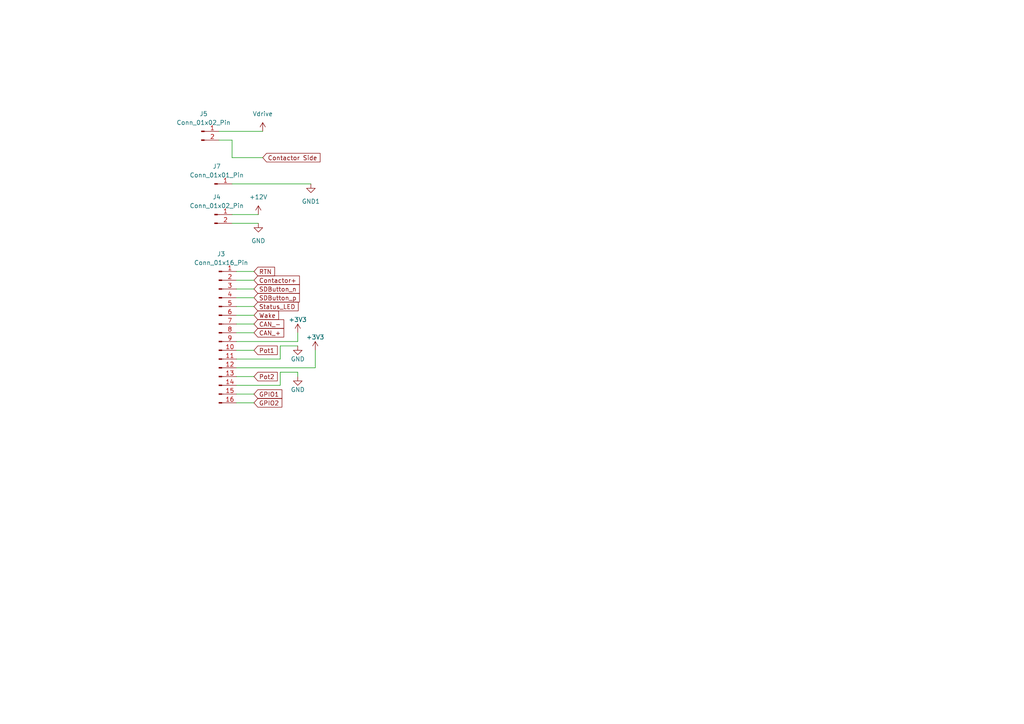
<source format=kicad_sch>
(kicad_sch (version 20230121) (generator eeschema)

  (uuid ccced95a-ff43-47ea-85b8-de818e82a8f8)

  (paper "A4")

  (lib_symbols
    (symbol "Connector:Conn_01x01_Pin" (pin_names (offset 1.016) hide) (in_bom yes) (on_board yes)
      (property "Reference" "J" (at 0 2.54 0)
        (effects (font (size 1.27 1.27)))
      )
      (property "Value" "Conn_01x01_Pin" (at 0 -2.54 0)
        (effects (font (size 1.27 1.27)))
      )
      (property "Footprint" "" (at 0 0 0)
        (effects (font (size 1.27 1.27)) hide)
      )
      (property "Datasheet" "~" (at 0 0 0)
        (effects (font (size 1.27 1.27)) hide)
      )
      (property "ki_locked" "" (at 0 0 0)
        (effects (font (size 1.27 1.27)))
      )
      (property "ki_keywords" "connector" (at 0 0 0)
        (effects (font (size 1.27 1.27)) hide)
      )
      (property "ki_description" "Generic connector, single row, 01x01, script generated" (at 0 0 0)
        (effects (font (size 1.27 1.27)) hide)
      )
      (property "ki_fp_filters" "Connector*:*_1x??_*" (at 0 0 0)
        (effects (font (size 1.27 1.27)) hide)
      )
      (symbol "Conn_01x01_Pin_1_1"
        (polyline
          (pts
            (xy 1.27 0)
            (xy 0.8636 0)
          )
          (stroke (width 0.1524) (type default))
          (fill (type none))
        )
        (rectangle (start 0.8636 0.127) (end 0 -0.127)
          (stroke (width 0.1524) (type default))
          (fill (type outline))
        )
        (pin passive line (at 5.08 0 180) (length 3.81)
          (name "Pin_1" (effects (font (size 1.27 1.27))))
          (number "1" (effects (font (size 1.27 1.27))))
        )
      )
    )
    (symbol "Connector:Conn_01x02_Pin" (pin_names (offset 1.016) hide) (in_bom yes) (on_board yes)
      (property "Reference" "J" (at 0 2.54 0)
        (effects (font (size 1.27 1.27)))
      )
      (property "Value" "Conn_01x02_Pin" (at 0 -5.08 0)
        (effects (font (size 1.27 1.27)))
      )
      (property "Footprint" "" (at 0 0 0)
        (effects (font (size 1.27 1.27)) hide)
      )
      (property "Datasheet" "~" (at 0 0 0)
        (effects (font (size 1.27 1.27)) hide)
      )
      (property "ki_locked" "" (at 0 0 0)
        (effects (font (size 1.27 1.27)))
      )
      (property "ki_keywords" "connector" (at 0 0 0)
        (effects (font (size 1.27 1.27)) hide)
      )
      (property "ki_description" "Generic connector, single row, 01x02, script generated" (at 0 0 0)
        (effects (font (size 1.27 1.27)) hide)
      )
      (property "ki_fp_filters" "Connector*:*_1x??_*" (at 0 0 0)
        (effects (font (size 1.27 1.27)) hide)
      )
      (symbol "Conn_01x02_Pin_1_1"
        (polyline
          (pts
            (xy 1.27 -2.54)
            (xy 0.8636 -2.54)
          )
          (stroke (width 0.1524) (type default))
          (fill (type none))
        )
        (polyline
          (pts
            (xy 1.27 0)
            (xy 0.8636 0)
          )
          (stroke (width 0.1524) (type default))
          (fill (type none))
        )
        (rectangle (start 0.8636 -2.413) (end 0 -2.667)
          (stroke (width 0.1524) (type default))
          (fill (type outline))
        )
        (rectangle (start 0.8636 0.127) (end 0 -0.127)
          (stroke (width 0.1524) (type default))
          (fill (type outline))
        )
        (pin passive line (at 5.08 0 180) (length 3.81)
          (name "Pin_1" (effects (font (size 1.27 1.27))))
          (number "1" (effects (font (size 1.27 1.27))))
        )
        (pin passive line (at 5.08 -2.54 180) (length 3.81)
          (name "Pin_2" (effects (font (size 1.27 1.27))))
          (number "2" (effects (font (size 1.27 1.27))))
        )
      )
    )
    (symbol "Connector:Conn_01x16_Pin" (pin_names (offset 1.016) hide) (in_bom yes) (on_board yes)
      (property "Reference" "J" (at 0 20.32 0)
        (effects (font (size 1.27 1.27)))
      )
      (property "Value" "Conn_01x16_Pin" (at 0 -22.86 0)
        (effects (font (size 1.27 1.27)))
      )
      (property "Footprint" "" (at 0 0 0)
        (effects (font (size 1.27 1.27)) hide)
      )
      (property "Datasheet" "~" (at 0 0 0)
        (effects (font (size 1.27 1.27)) hide)
      )
      (property "ki_locked" "" (at 0 0 0)
        (effects (font (size 1.27 1.27)))
      )
      (property "ki_keywords" "connector" (at 0 0 0)
        (effects (font (size 1.27 1.27)) hide)
      )
      (property "ki_description" "Generic connector, single row, 01x16, script generated" (at 0 0 0)
        (effects (font (size 1.27 1.27)) hide)
      )
      (property "ki_fp_filters" "Connector*:*_1x??_*" (at 0 0 0)
        (effects (font (size 1.27 1.27)) hide)
      )
      (symbol "Conn_01x16_Pin_1_1"
        (polyline
          (pts
            (xy 1.27 -20.32)
            (xy 0.8636 -20.32)
          )
          (stroke (width 0.1524) (type default))
          (fill (type none))
        )
        (polyline
          (pts
            (xy 1.27 -17.78)
            (xy 0.8636 -17.78)
          )
          (stroke (width 0.1524) (type default))
          (fill (type none))
        )
        (polyline
          (pts
            (xy 1.27 -15.24)
            (xy 0.8636 -15.24)
          )
          (stroke (width 0.1524) (type default))
          (fill (type none))
        )
        (polyline
          (pts
            (xy 1.27 -12.7)
            (xy 0.8636 -12.7)
          )
          (stroke (width 0.1524) (type default))
          (fill (type none))
        )
        (polyline
          (pts
            (xy 1.27 -10.16)
            (xy 0.8636 -10.16)
          )
          (stroke (width 0.1524) (type default))
          (fill (type none))
        )
        (polyline
          (pts
            (xy 1.27 -7.62)
            (xy 0.8636 -7.62)
          )
          (stroke (width 0.1524) (type default))
          (fill (type none))
        )
        (polyline
          (pts
            (xy 1.27 -5.08)
            (xy 0.8636 -5.08)
          )
          (stroke (width 0.1524) (type default))
          (fill (type none))
        )
        (polyline
          (pts
            (xy 1.27 -2.54)
            (xy 0.8636 -2.54)
          )
          (stroke (width 0.1524) (type default))
          (fill (type none))
        )
        (polyline
          (pts
            (xy 1.27 0)
            (xy 0.8636 0)
          )
          (stroke (width 0.1524) (type default))
          (fill (type none))
        )
        (polyline
          (pts
            (xy 1.27 2.54)
            (xy 0.8636 2.54)
          )
          (stroke (width 0.1524) (type default))
          (fill (type none))
        )
        (polyline
          (pts
            (xy 1.27 5.08)
            (xy 0.8636 5.08)
          )
          (stroke (width 0.1524) (type default))
          (fill (type none))
        )
        (polyline
          (pts
            (xy 1.27 7.62)
            (xy 0.8636 7.62)
          )
          (stroke (width 0.1524) (type default))
          (fill (type none))
        )
        (polyline
          (pts
            (xy 1.27 10.16)
            (xy 0.8636 10.16)
          )
          (stroke (width 0.1524) (type default))
          (fill (type none))
        )
        (polyline
          (pts
            (xy 1.27 12.7)
            (xy 0.8636 12.7)
          )
          (stroke (width 0.1524) (type default))
          (fill (type none))
        )
        (polyline
          (pts
            (xy 1.27 15.24)
            (xy 0.8636 15.24)
          )
          (stroke (width 0.1524) (type default))
          (fill (type none))
        )
        (polyline
          (pts
            (xy 1.27 17.78)
            (xy 0.8636 17.78)
          )
          (stroke (width 0.1524) (type default))
          (fill (type none))
        )
        (rectangle (start 0.8636 -20.193) (end 0 -20.447)
          (stroke (width 0.1524) (type default))
          (fill (type outline))
        )
        (rectangle (start 0.8636 -17.653) (end 0 -17.907)
          (stroke (width 0.1524) (type default))
          (fill (type outline))
        )
        (rectangle (start 0.8636 -15.113) (end 0 -15.367)
          (stroke (width 0.1524) (type default))
          (fill (type outline))
        )
        (rectangle (start 0.8636 -12.573) (end 0 -12.827)
          (stroke (width 0.1524) (type default))
          (fill (type outline))
        )
        (rectangle (start 0.8636 -10.033) (end 0 -10.287)
          (stroke (width 0.1524) (type default))
          (fill (type outline))
        )
        (rectangle (start 0.8636 -7.493) (end 0 -7.747)
          (stroke (width 0.1524) (type default))
          (fill (type outline))
        )
        (rectangle (start 0.8636 -4.953) (end 0 -5.207)
          (stroke (width 0.1524) (type default))
          (fill (type outline))
        )
        (rectangle (start 0.8636 -2.413) (end 0 -2.667)
          (stroke (width 0.1524) (type default))
          (fill (type outline))
        )
        (rectangle (start 0.8636 0.127) (end 0 -0.127)
          (stroke (width 0.1524) (type default))
          (fill (type outline))
        )
        (rectangle (start 0.8636 2.667) (end 0 2.413)
          (stroke (width 0.1524) (type default))
          (fill (type outline))
        )
        (rectangle (start 0.8636 5.207) (end 0 4.953)
          (stroke (width 0.1524) (type default))
          (fill (type outline))
        )
        (rectangle (start 0.8636 7.747) (end 0 7.493)
          (stroke (width 0.1524) (type default))
          (fill (type outline))
        )
        (rectangle (start 0.8636 10.287) (end 0 10.033)
          (stroke (width 0.1524) (type default))
          (fill (type outline))
        )
        (rectangle (start 0.8636 12.827) (end 0 12.573)
          (stroke (width 0.1524) (type default))
          (fill (type outline))
        )
        (rectangle (start 0.8636 15.367) (end 0 15.113)
          (stroke (width 0.1524) (type default))
          (fill (type outline))
        )
        (rectangle (start 0.8636 17.907) (end 0 17.653)
          (stroke (width 0.1524) (type default))
          (fill (type outline))
        )
        (pin passive line (at 5.08 17.78 180) (length 3.81)
          (name "Pin_1" (effects (font (size 1.27 1.27))))
          (number "1" (effects (font (size 1.27 1.27))))
        )
        (pin passive line (at 5.08 -5.08 180) (length 3.81)
          (name "Pin_10" (effects (font (size 1.27 1.27))))
          (number "10" (effects (font (size 1.27 1.27))))
        )
        (pin passive line (at 5.08 -7.62 180) (length 3.81)
          (name "Pin_11" (effects (font (size 1.27 1.27))))
          (number "11" (effects (font (size 1.27 1.27))))
        )
        (pin passive line (at 5.08 -10.16 180) (length 3.81)
          (name "Pin_12" (effects (font (size 1.27 1.27))))
          (number "12" (effects (font (size 1.27 1.27))))
        )
        (pin passive line (at 5.08 -12.7 180) (length 3.81)
          (name "Pin_13" (effects (font (size 1.27 1.27))))
          (number "13" (effects (font (size 1.27 1.27))))
        )
        (pin passive line (at 5.08 -15.24 180) (length 3.81)
          (name "Pin_14" (effects (font (size 1.27 1.27))))
          (number "14" (effects (font (size 1.27 1.27))))
        )
        (pin passive line (at 5.08 -17.78 180) (length 3.81)
          (name "Pin_15" (effects (font (size 1.27 1.27))))
          (number "15" (effects (font (size 1.27 1.27))))
        )
        (pin passive line (at 5.08 -20.32 180) (length 3.81)
          (name "Pin_16" (effects (font (size 1.27 1.27))))
          (number "16" (effects (font (size 1.27 1.27))))
        )
        (pin passive line (at 5.08 15.24 180) (length 3.81)
          (name "Pin_2" (effects (font (size 1.27 1.27))))
          (number "2" (effects (font (size 1.27 1.27))))
        )
        (pin passive line (at 5.08 12.7 180) (length 3.81)
          (name "Pin_3" (effects (font (size 1.27 1.27))))
          (number "3" (effects (font (size 1.27 1.27))))
        )
        (pin passive line (at 5.08 10.16 180) (length 3.81)
          (name "Pin_4" (effects (font (size 1.27 1.27))))
          (number "4" (effects (font (size 1.27 1.27))))
        )
        (pin passive line (at 5.08 7.62 180) (length 3.81)
          (name "Pin_5" (effects (font (size 1.27 1.27))))
          (number "5" (effects (font (size 1.27 1.27))))
        )
        (pin passive line (at 5.08 5.08 180) (length 3.81)
          (name "Pin_6" (effects (font (size 1.27 1.27))))
          (number "6" (effects (font (size 1.27 1.27))))
        )
        (pin passive line (at 5.08 2.54 180) (length 3.81)
          (name "Pin_7" (effects (font (size 1.27 1.27))))
          (number "7" (effects (font (size 1.27 1.27))))
        )
        (pin passive line (at 5.08 0 180) (length 3.81)
          (name "Pin_8" (effects (font (size 1.27 1.27))))
          (number "8" (effects (font (size 1.27 1.27))))
        )
        (pin passive line (at 5.08 -2.54 180) (length 3.81)
          (name "Pin_9" (effects (font (size 1.27 1.27))))
          (number "9" (effects (font (size 1.27 1.27))))
        )
      )
    )
    (symbol "power:+12V" (power) (pin_names (offset 0)) (in_bom yes) (on_board yes)
      (property "Reference" "#PWR" (at 0 -3.81 0)
        (effects (font (size 1.27 1.27)) hide)
      )
      (property "Value" "+12V" (at 0 3.556 0)
        (effects (font (size 1.27 1.27)))
      )
      (property "Footprint" "" (at 0 0 0)
        (effects (font (size 1.27 1.27)) hide)
      )
      (property "Datasheet" "" (at 0 0 0)
        (effects (font (size 1.27 1.27)) hide)
      )
      (property "ki_keywords" "global power" (at 0 0 0)
        (effects (font (size 1.27 1.27)) hide)
      )
      (property "ki_description" "Power symbol creates a global label with name \"+12V\"" (at 0 0 0)
        (effects (font (size 1.27 1.27)) hide)
      )
      (symbol "+12V_0_1"
        (polyline
          (pts
            (xy -0.762 1.27)
            (xy 0 2.54)
          )
          (stroke (width 0) (type default))
          (fill (type none))
        )
        (polyline
          (pts
            (xy 0 0)
            (xy 0 2.54)
          )
          (stroke (width 0) (type default))
          (fill (type none))
        )
        (polyline
          (pts
            (xy 0 2.54)
            (xy 0.762 1.27)
          )
          (stroke (width 0) (type default))
          (fill (type none))
        )
      )
      (symbol "+12V_1_1"
        (pin power_in line (at 0 0 90) (length 0) hide
          (name "+12V" (effects (font (size 1.27 1.27))))
          (number "1" (effects (font (size 1.27 1.27))))
        )
      )
    )
    (symbol "power:+3V3" (power) (pin_names (offset 0)) (in_bom yes) (on_board yes)
      (property "Reference" "#PWR" (at 0 -3.81 0)
        (effects (font (size 1.27 1.27)) hide)
      )
      (property "Value" "+3V3" (at 0 3.556 0)
        (effects (font (size 1.27 1.27)))
      )
      (property "Footprint" "" (at 0 0 0)
        (effects (font (size 1.27 1.27)) hide)
      )
      (property "Datasheet" "" (at 0 0 0)
        (effects (font (size 1.27 1.27)) hide)
      )
      (property "ki_keywords" "global power" (at 0 0 0)
        (effects (font (size 1.27 1.27)) hide)
      )
      (property "ki_description" "Power symbol creates a global label with name \"+3V3\"" (at 0 0 0)
        (effects (font (size 1.27 1.27)) hide)
      )
      (symbol "+3V3_0_1"
        (polyline
          (pts
            (xy -0.762 1.27)
            (xy 0 2.54)
          )
          (stroke (width 0) (type default))
          (fill (type none))
        )
        (polyline
          (pts
            (xy 0 0)
            (xy 0 2.54)
          )
          (stroke (width 0) (type default))
          (fill (type none))
        )
        (polyline
          (pts
            (xy 0 2.54)
            (xy 0.762 1.27)
          )
          (stroke (width 0) (type default))
          (fill (type none))
        )
      )
      (symbol "+3V3_1_1"
        (pin power_in line (at 0 0 90) (length 0) hide
          (name "+3V3" (effects (font (size 1.27 1.27))))
          (number "1" (effects (font (size 1.27 1.27))))
        )
      )
    )
    (symbol "power:GND" (power) (pin_names (offset 0)) (in_bom yes) (on_board yes)
      (property "Reference" "#PWR" (at 0 -6.35 0)
        (effects (font (size 1.27 1.27)) hide)
      )
      (property "Value" "GND" (at 0 -3.81 0)
        (effects (font (size 1.27 1.27)))
      )
      (property "Footprint" "" (at 0 0 0)
        (effects (font (size 1.27 1.27)) hide)
      )
      (property "Datasheet" "" (at 0 0 0)
        (effects (font (size 1.27 1.27)) hide)
      )
      (property "ki_keywords" "global power" (at 0 0 0)
        (effects (font (size 1.27 1.27)) hide)
      )
      (property "ki_description" "Power symbol creates a global label with name \"GND\" , ground" (at 0 0 0)
        (effects (font (size 1.27 1.27)) hide)
      )
      (symbol "GND_0_1"
        (polyline
          (pts
            (xy 0 0)
            (xy 0 -1.27)
            (xy 1.27 -1.27)
            (xy 0 -2.54)
            (xy -1.27 -1.27)
            (xy 0 -1.27)
          )
          (stroke (width 0) (type default))
          (fill (type none))
        )
      )
      (symbol "GND_1_1"
        (pin power_in line (at 0 0 270) (length 0) hide
          (name "GND" (effects (font (size 1.27 1.27))))
          (number "1" (effects (font (size 1.27 1.27))))
        )
      )
    )
    (symbol "power:GND1" (power) (pin_names (offset 0)) (in_bom yes) (on_board yes)
      (property "Reference" "#PWR" (at 0 -6.35 0)
        (effects (font (size 1.27 1.27)) hide)
      )
      (property "Value" "GND1" (at 0 -3.81 0)
        (effects (font (size 1.27 1.27)))
      )
      (property "Footprint" "" (at 0 0 0)
        (effects (font (size 1.27 1.27)) hide)
      )
      (property "Datasheet" "" (at 0 0 0)
        (effects (font (size 1.27 1.27)) hide)
      )
      (property "ki_keywords" "global power" (at 0 0 0)
        (effects (font (size 1.27 1.27)) hide)
      )
      (property "ki_description" "Power symbol creates a global label with name \"GND1\" , ground" (at 0 0 0)
        (effects (font (size 1.27 1.27)) hide)
      )
      (symbol "GND1_0_1"
        (polyline
          (pts
            (xy 0 0)
            (xy 0 -1.27)
            (xy 1.27 -1.27)
            (xy 0 -2.54)
            (xy -1.27 -1.27)
            (xy 0 -1.27)
          )
          (stroke (width 0) (type default))
          (fill (type none))
        )
      )
      (symbol "GND1_1_1"
        (pin power_in line (at 0 0 270) (length 0) hide
          (name "GND1" (effects (font (size 1.27 1.27))))
          (number "1" (effects (font (size 1.27 1.27))))
        )
      )
    )
    (symbol "power:Vdrive" (power) (pin_names (offset 0)) (in_bom yes) (on_board yes)
      (property "Reference" "#PWR" (at -5.08 -3.81 0)
        (effects (font (size 1.27 1.27)) hide)
      )
      (property "Value" "Vdrive" (at 0 3.81 0)
        (effects (font (size 1.27 1.27)))
      )
      (property "Footprint" "" (at 0 0 0)
        (effects (font (size 1.27 1.27)) hide)
      )
      (property "Datasheet" "" (at 0 0 0)
        (effects (font (size 1.27 1.27)) hide)
      )
      (property "ki_keywords" "global power" (at 0 0 0)
        (effects (font (size 1.27 1.27)) hide)
      )
      (property "ki_description" "Power symbol creates a global label with name \"Vdrive\"" (at 0 0 0)
        (effects (font (size 1.27 1.27)) hide)
      )
      (symbol "Vdrive_0_1"
        (polyline
          (pts
            (xy -0.762 1.27)
            (xy 0 2.54)
          )
          (stroke (width 0) (type default))
          (fill (type none))
        )
        (polyline
          (pts
            (xy 0 0)
            (xy 0 2.54)
          )
          (stroke (width 0) (type default))
          (fill (type none))
        )
        (polyline
          (pts
            (xy 0 2.54)
            (xy 0.762 1.27)
          )
          (stroke (width 0) (type default))
          (fill (type none))
        )
      )
      (symbol "Vdrive_1_1"
        (pin power_in line (at 0 0 90) (length 0) hide
          (name "Vdrive" (effects (font (size 1.27 1.27))))
          (number "1" (effects (font (size 1.27 1.27))))
        )
      )
    )
  )


  (wire (pts (xy 86.36 96.52) (xy 86.36 99.06))
    (stroke (width 0) (type default))
    (uuid 0f7e9049-3e82-47e8-9748-10ea66c8e439)
  )
  (wire (pts (xy 91.44 101.6) (xy 91.44 106.68))
    (stroke (width 0) (type default))
    (uuid 1267ce00-d0d4-4499-9e5a-c8a5586d4da0)
  )
  (wire (pts (xy 68.58 83.82) (xy 73.66 83.82))
    (stroke (width 0) (type default))
    (uuid 17fd083a-e0da-4eee-b198-58602028562c)
  )
  (wire (pts (xy 67.31 64.77) (xy 74.93 64.77))
    (stroke (width 0) (type default))
    (uuid 19145ea9-af95-494c-bfeb-343f0db39a4c)
  )
  (wire (pts (xy 86.36 107.95) (xy 81.28 107.95))
    (stroke (width 0) (type default))
    (uuid 19d6fb04-bbdc-4bc6-9c31-3c60dd04009f)
  )
  (wire (pts (xy 67.31 45.72) (xy 67.31 40.64))
    (stroke (width 0) (type default))
    (uuid 3616d9db-c3b4-474a-a152-eb16eb58879f)
  )
  (wire (pts (xy 68.58 88.9) (xy 73.66 88.9))
    (stroke (width 0) (type default))
    (uuid 4c27c16f-e118-45ed-a856-88b67afe5eb5)
  )
  (wire (pts (xy 68.58 91.44) (xy 73.66 91.44))
    (stroke (width 0) (type default))
    (uuid 4e879b67-81ed-49cc-aa10-1112daee8e6f)
  )
  (wire (pts (xy 68.58 109.22) (xy 73.66 109.22))
    (stroke (width 0) (type default))
    (uuid 575dbb07-37b0-4662-a507-642efe4e9f71)
  )
  (wire (pts (xy 68.58 86.36) (xy 73.66 86.36))
    (stroke (width 0) (type default))
    (uuid 5daf6a21-fea0-41be-b2c4-74687825b262)
  )
  (wire (pts (xy 67.31 53.34) (xy 90.17 53.34))
    (stroke (width 0) (type default))
    (uuid 8358b2cd-e66f-4e89-b2b6-908fae961fde)
  )
  (wire (pts (xy 68.58 116.84) (xy 73.66 116.84))
    (stroke (width 0) (type default))
    (uuid 9f5f5fa8-db11-47e9-817d-7280acda5dbd)
  )
  (wire (pts (xy 68.58 101.6) (xy 73.66 101.6))
    (stroke (width 0) (type default))
    (uuid a7d79f05-3175-4af7-855e-c56d158d4e95)
  )
  (wire (pts (xy 81.28 104.14) (xy 68.58 104.14))
    (stroke (width 0) (type default))
    (uuid ae16acb4-82ed-4035-92b3-4430c2f61438)
  )
  (wire (pts (xy 63.5 38.1) (xy 76.2 38.1))
    (stroke (width 0) (type default))
    (uuid b938bc01-fcc2-47f3-8ffc-595bfd02553f)
  )
  (wire (pts (xy 86.36 109.22) (xy 86.36 107.95))
    (stroke (width 0) (type default))
    (uuid bc879dd3-35e8-4ee1-9a3b-9b7a1aba6de9)
  )
  (wire (pts (xy 68.58 81.28) (xy 73.66 81.28))
    (stroke (width 0) (type default))
    (uuid c386a09d-9f6d-4ae8-8b23-dddcd003ed5b)
  )
  (wire (pts (xy 81.28 100.33) (xy 86.36 100.33))
    (stroke (width 0) (type default))
    (uuid cd3a5cda-e970-4d2e-adba-e7dd33539320)
  )
  (wire (pts (xy 81.28 100.33) (xy 81.28 104.14))
    (stroke (width 0) (type default))
    (uuid cd61b488-1513-4940-b7ef-b6bc201b5d9d)
  )
  (wire (pts (xy 63.5 40.64) (xy 67.31 40.64))
    (stroke (width 0) (type default))
    (uuid ce122793-7770-4ec1-a5f4-cdc2616dc005)
  )
  (wire (pts (xy 67.31 45.72) (xy 76.2 45.72))
    (stroke (width 0) (type default))
    (uuid ce2981e2-09a4-45ea-a7ef-437150dc378a)
  )
  (wire (pts (xy 67.31 62.23) (xy 74.93 62.23))
    (stroke (width 0) (type default))
    (uuid ce6a6e48-940a-4302-8e35-eabda91d8c26)
  )
  (wire (pts (xy 81.28 107.95) (xy 81.28 111.76))
    (stroke (width 0) (type default))
    (uuid da23a6f3-0b72-4dcc-9b29-d2ef75202d99)
  )
  (wire (pts (xy 68.58 93.98) (xy 73.66 93.98))
    (stroke (width 0) (type default))
    (uuid dbe74885-44d3-4b6c-aaf0-eba008ce0d99)
  )
  (wire (pts (xy 68.58 78.74) (xy 73.66 78.74))
    (stroke (width 0) (type default))
    (uuid e5c83e72-8b5e-4298-b616-0e2667772f2c)
  )
  (wire (pts (xy 81.28 111.76) (xy 68.58 111.76))
    (stroke (width 0) (type default))
    (uuid e8cba216-5549-4be5-8156-bf8fafb9ac5c)
  )
  (wire (pts (xy 68.58 114.3) (xy 73.66 114.3))
    (stroke (width 0) (type default))
    (uuid efbd77bc-f1c2-4d41-9f2c-df383e8285a3)
  )
  (wire (pts (xy 68.58 99.06) (xy 86.36 99.06))
    (stroke (width 0) (type default))
    (uuid f0b80c43-34cd-4e6d-9a1e-1682b4e059eb)
  )
  (wire (pts (xy 68.58 96.52) (xy 73.66 96.52))
    (stroke (width 0) (type default))
    (uuid fb02e6e2-c070-45c8-a62e-1f974ba88b81)
  )
  (wire (pts (xy 91.44 106.68) (xy 68.58 106.68))
    (stroke (width 0) (type default))
    (uuid fff46496-9053-42f8-a39b-0f8e21beb793)
  )

  (global_label "CAN_-" (shape input) (at 73.66 93.98 0) (fields_autoplaced)
    (effects (font (size 1.27 1.27)) (justify left))
    (uuid 00433874-6206-4cbc-8736-6ce543720bb4)
    (property "Intersheetrefs" "${INTERSHEET_REFS}" (at 82.8743 93.98 0)
      (effects (font (size 1.27 1.27)) (justify left) hide)
    )
  )
  (global_label "GPIO1" (shape input) (at 73.66 114.3 0) (fields_autoplaced)
    (effects (font (size 1.27 1.27)) (justify left))
    (uuid 052c9285-7431-4f6c-9934-db3367b902a9)
    (property "Intersheetrefs" "${INTERSHEET_REFS}" (at 82.33 114.3 0)
      (effects (font (size 1.27 1.27)) (justify left) hide)
    )
  )
  (global_label "SDButton_p" (shape input) (at 73.66 86.36 0) (fields_autoplaced)
    (effects (font (size 1.27 1.27)) (justify left))
    (uuid 2740681f-ad4f-4588-b6d9-03ab065b6ead)
    (property "Intersheetrefs" "${INTERSHEET_REFS}" (at 87.4097 86.36 0)
      (effects (font (size 1.27 1.27)) (justify left) hide)
    )
  )
  (global_label "Contactor Side" (shape input) (at 76.2 45.72 0) (fields_autoplaced)
    (effects (font (size 1.27 1.27)) (justify left))
    (uuid 2afabb18-d3a0-487e-8b4e-d96e17c6b02c)
    (property "Intersheetrefs" "${INTERSHEET_REFS}" (at 93.3969 45.72 0)
      (effects (font (size 1.27 1.27)) (justify left) hide)
    )
  )
  (global_label "Contactor+" (shape input) (at 73.66 81.28 0) (fields_autoplaced)
    (effects (font (size 1.27 1.27)) (justify left))
    (uuid 4c4bd9c5-81ec-4929-abf6-7de5e345eadd)
    (property "Intersheetrefs" "${INTERSHEET_REFS}" (at 87.4098 81.28 0)
      (effects (font (size 1.27 1.27)) (justify left) hide)
    )
  )
  (global_label "Pot1" (shape input) (at 73.66 101.6 0) (fields_autoplaced)
    (effects (font (size 1.27 1.27)) (justify left))
    (uuid 5d8bd4dd-7d3d-4272-91ef-678c45c2adc6)
    (property "Intersheetrefs" "${INTERSHEET_REFS}" (at 80.9994 101.6 0)
      (effects (font (size 1.27 1.27)) (justify left) hide)
    )
  )
  (global_label "Status_LED" (shape input) (at 73.66 88.9 0) (fields_autoplaced)
    (effects (font (size 1.27 1.27)) (justify left))
    (uuid 94a9fb51-1167-44ae-aa99-51803a23bca3)
    (property "Intersheetrefs" "${INTERSHEET_REFS}" (at 87.0469 88.9 0)
      (effects (font (size 1.27 1.27)) (justify left) hide)
    )
  )
  (global_label "Pot2" (shape input) (at 73.66 109.22 0) (fields_autoplaced)
    (effects (font (size 1.27 1.27)) (justify left))
    (uuid bd188a42-2d6a-4795-aef1-7768353d463c)
    (property "Intersheetrefs" "${INTERSHEET_REFS}" (at 80.9994 109.22 0)
      (effects (font (size 1.27 1.27)) (justify left) hide)
    )
  )
  (global_label "GPIO2" (shape input) (at 73.66 116.84 0) (fields_autoplaced)
    (effects (font (size 1.27 1.27)) (justify left))
    (uuid ccecd266-1f1b-42ed-832c-b20c08cb93ca)
    (property "Intersheetrefs" "${INTERSHEET_REFS}" (at 82.33 116.84 0)
      (effects (font (size 1.27 1.27)) (justify left) hide)
    )
  )
  (global_label "RTN" (shape input) (at 73.66 78.74 0) (fields_autoplaced)
    (effects (font (size 1.27 1.27)) (justify left))
    (uuid dadd17fa-b7b3-4e3a-a1b8-64c723d194c7)
    (property "Intersheetrefs" "${INTERSHEET_REFS}" (at 80.2133 78.74 0)
      (effects (font (size 1.27 1.27)) (justify left) hide)
    )
  )
  (global_label "Wake" (shape input) (at 73.66 91.44 0) (fields_autoplaced)
    (effects (font (size 1.27 1.27)) (justify left))
    (uuid ec740a7c-8700-4c43-851d-754f4c1eb95f)
    (property "Intersheetrefs" "${INTERSHEET_REFS}" (at 81.3623 91.44 0)
      (effects (font (size 1.27 1.27)) (justify left) hide)
    )
  )
  (global_label "SDButton_n" (shape input) (at 73.66 83.82 0) (fields_autoplaced)
    (effects (font (size 1.27 1.27)) (justify left))
    (uuid fbdbbdde-6d09-40f0-ae61-f875d0ddd93b)
    (property "Intersheetrefs" "${INTERSHEET_REFS}" (at 87.4097 83.82 0)
      (effects (font (size 1.27 1.27)) (justify left) hide)
    )
  )
  (global_label "CAN_+" (shape input) (at 73.66 96.52 0) (fields_autoplaced)
    (effects (font (size 1.27 1.27)) (justify left))
    (uuid fc822ec0-7829-47f5-ab73-4fd69e87e803)
    (property "Intersheetrefs" "${INTERSHEET_REFS}" (at 82.8743 96.52 0)
      (effects (font (size 1.27 1.27)) (justify left) hide)
    )
  )

  (symbol (lib_id "power:+3V3") (at 86.36 96.52 0) (unit 1)
    (in_bom yes) (on_board yes) (dnp no)
    (uuid 12970f78-80e6-4de0-954b-83fcb8f85856)
    (property "Reference" "#PWR080" (at 86.36 100.33 0)
      (effects (font (size 1.27 1.27)) hide)
    )
    (property "Value" "+3V3" (at 86.36 92.71 0)
      (effects (font (size 1.27 1.27)))
    )
    (property "Footprint" "" (at 86.36 96.52 0)
      (effects (font (size 1.27 1.27)) hide)
    )
    (property "Datasheet" "" (at 86.36 96.52 0)
      (effects (font (size 1.27 1.27)) hide)
    )
    (pin "1" (uuid 87732aa1-a39c-4de7-a3be-211ffd45ba36))
    (instances
      (project "BOAT_PRECHARGE"
        (path "/c4ed734f-176c-45d7-ab79-c9e7fb5edfed/0937c57d-8b35-4e10-b19d-f85e05bd6565"
          (reference "#PWR080") (unit 1)
        )
      )
    )
  )

  (symbol (lib_id "Connector:Conn_01x01_Pin") (at 62.23 53.34 0) (unit 1)
    (in_bom yes) (on_board yes) (dnp no) (fields_autoplaced)
    (uuid 1fea4494-afc4-42b4-b997-0c38c7109c46)
    (property "Reference" "J7" (at 62.865 48.26 0)
      (effects (font (size 1.27 1.27)))
    )
    (property "Value" "Conn_01x01_Pin" (at 62.865 50.8 0)
      (effects (font (size 1.27 1.27)))
    )
    (property "Footprint" "Connector_Molex:Molex_Micro-Fit_3.0_43045-0212_2x01_P3.00mm_Vertical" (at 62.23 53.34 0)
      (effects (font (size 1.27 1.27)) hide)
    )
    (property "Datasheet" "~" (at 62.23 53.34 0)
      (effects (font (size 1.27 1.27)) hide)
    )
    (property "MANUFACTURER" "Molex" (at 62.23 53.34 0)
      (effects (font (size 1.27 1.27)) hide)
    )
    (property "MP" "0430450212" (at 62.23 53.34 0)
      (effects (font (size 1.27 1.27)) hide)
    )
    (property "Price" ".97" (at 62.23 53.34 0)
      (effects (font (size 1.27 1.27)) hide)
    )
    (property "Purchase-URL" "https://www.digikey.com/en/products/detail/molex/0430450212/252502?s=N4IgTCBcDaICwGYAMcCsBaJYCMEC6AvkA" (at 62.23 53.34 0)
      (effects (font (size 1.27 1.27)) hide)
    )
    (pin "1" (uuid 37867dc4-f152-4e72-b88b-5fbf90a43026))
    (instances
      (project "BOAT_PRECHARGE"
        (path "/c4ed734f-176c-45d7-ab79-c9e7fb5edfed/0937c57d-8b35-4e10-b19d-f85e05bd6565"
          (reference "J7") (unit 1)
        )
      )
    )
  )

  (symbol (lib_id "power:GND") (at 86.36 100.33 0) (unit 1)
    (in_bom yes) (on_board yes) (dnp no)
    (uuid 315e9227-94e6-4d8f-a1a0-f12d722fcb08)
    (property "Reference" "#PWR081" (at 86.36 106.68 0)
      (effects (font (size 1.27 1.27)) hide)
    )
    (property "Value" "GND" (at 86.36 104.14 0)
      (effects (font (size 1.27 1.27)))
    )
    (property "Footprint" "" (at 86.36 100.33 0)
      (effects (font (size 1.27 1.27)) hide)
    )
    (property "Datasheet" "" (at 86.36 100.33 0)
      (effects (font (size 1.27 1.27)) hide)
    )
    (pin "1" (uuid 1d2c0e6a-e99f-4c35-aa2c-2c04d62b1678))
    (instances
      (project "BOAT_PRECHARGE"
        (path "/c4ed734f-176c-45d7-ab79-c9e7fb5edfed/0937c57d-8b35-4e10-b19d-f85e05bd6565"
          (reference "#PWR081") (unit 1)
        )
      )
    )
  )

  (symbol (lib_id "power:GND") (at 74.93 64.77 0) (mirror y) (unit 1)
    (in_bom yes) (on_board yes) (dnp no) (fields_autoplaced)
    (uuid 3bc0a7b0-330b-4f8d-b0cd-020cc74146cc)
    (property "Reference" "#PWR035" (at 74.93 71.12 0)
      (effects (font (size 1.27 1.27)) hide)
    )
    (property "Value" "GND" (at 74.93 69.85 0)
      (effects (font (size 1.27 1.27)))
    )
    (property "Footprint" "" (at 74.93 64.77 0)
      (effects (font (size 1.27 1.27)) hide)
    )
    (property "Datasheet" "" (at 74.93 64.77 0)
      (effects (font (size 1.27 1.27)) hide)
    )
    (pin "1" (uuid 5a729498-1161-41f5-b9a2-c7b45391c8d5))
    (instances
      (project "BOAT_PRECHARGE"
        (path "/c4ed734f-176c-45d7-ab79-c9e7fb5edfed/5796927c-424f-4954-9134-7bee6874a3dd"
          (reference "#PWR035") (unit 1)
        )
        (path "/c4ed734f-176c-45d7-ab79-c9e7fb5edfed/0937c57d-8b35-4e10-b19d-f85e05bd6565"
          (reference "#PWR078") (unit 1)
        )
      )
    )
  )

  (symbol (lib_id "power:+12V") (at 74.93 62.23 0) (mirror y) (unit 1)
    (in_bom yes) (on_board yes) (dnp no) (fields_autoplaced)
    (uuid 56590a20-f83b-4fde-a36f-393a209e67d8)
    (property "Reference" "#PWR033" (at 74.93 66.04 0)
      (effects (font (size 1.27 1.27)) hide)
    )
    (property "Value" "+12V" (at 74.93 57.15 0)
      (effects (font (size 1.27 1.27)))
    )
    (property "Footprint" "" (at 74.93 62.23 0)
      (effects (font (size 1.27 1.27)) hide)
    )
    (property "Datasheet" "" (at 74.93 62.23 0)
      (effects (font (size 1.27 1.27)) hide)
    )
    (pin "1" (uuid da7cc8c8-9b65-4d89-84b2-edaa85a80419))
    (instances
      (project "BOAT_PRECHARGE"
        (path "/c4ed734f-176c-45d7-ab79-c9e7fb5edfed/5796927c-424f-4954-9134-7bee6874a3dd"
          (reference "#PWR033") (unit 1)
        )
        (path "/c4ed734f-176c-45d7-ab79-c9e7fb5edfed/0937c57d-8b35-4e10-b19d-f85e05bd6565"
          (reference "#PWR079") (unit 1)
        )
      )
    )
  )

  (symbol (lib_id "power:GND1") (at 90.17 53.34 0) (unit 1)
    (in_bom yes) (on_board yes) (dnp no) (fields_autoplaced)
    (uuid 5b1a78db-4528-4018-a5a0-c2c0ff5e8af7)
    (property "Reference" "#PWR014" (at 90.17 59.69 0)
      (effects (font (size 1.27 1.27)) hide)
    )
    (property "Value" "GND1" (at 90.17 58.42 0)
      (effects (font (size 1.27 1.27)))
    )
    (property "Footprint" "" (at 90.17 53.34 0)
      (effects (font (size 1.27 1.27)) hide)
    )
    (property "Datasheet" "" (at 90.17 53.34 0)
      (effects (font (size 1.27 1.27)) hide)
    )
    (pin "1" (uuid 978b739e-2d2f-40f4-8f0c-5928c8f2dc10))
    (instances
      (project "BOAT_PRECHARGE"
        (path "/c4ed734f-176c-45d7-ab79-c9e7fb5edfed/5796927c-424f-4954-9134-7bee6874a3dd"
          (reference "#PWR014") (unit 1)
        )
        (path "/c4ed734f-176c-45d7-ab79-c9e7fb5edfed/0937c57d-8b35-4e10-b19d-f85e05bd6565"
          (reference "#PWR077") (unit 1)
        )
      )
    )
  )

  (symbol (lib_id "Connector:Conn_01x02_Pin") (at 58.42 38.1 0) (unit 1)
    (in_bom yes) (on_board yes) (dnp no) (fields_autoplaced)
    (uuid 66b2a6f5-a8da-471d-92ca-d1348814d084)
    (property "Reference" "J5" (at 59.055 33.02 0)
      (effects (font (size 1.27 1.27)))
    )
    (property "Value" "Conn_01x02_Pin" (at 59.055 35.56 0)
      (effects (font (size 1.27 1.27)))
    )
    (property "Footprint" "Connector_Molex:Molex_Micro-Fit_3.0_43045-0212_2x01_P3.00mm_Vertical" (at 58.42 38.1 0)
      (effects (font (size 1.27 1.27)) hide)
    )
    (property "Datasheet" "~" (at 58.42 38.1 0)
      (effects (font (size 1.27 1.27)) hide)
    )
    (property "MANUFACTURER" "Molex" (at 58.42 38.1 0)
      (effects (font (size 1.27 1.27)) hide)
    )
    (property "MP" "0430450212" (at 58.42 38.1 0)
      (effects (font (size 1.27 1.27)) hide)
    )
    (property "Price" ".97" (at 58.42 38.1 0)
      (effects (font (size 1.27 1.27)) hide)
    )
    (property "Purchase-URL" "https://www.digikey.com/en/products/detail/molex/0430450212/252502?s=N4IgTCBcDaICwGYAMcCsBaJYCMEC6AvkA" (at 58.42 38.1 0)
      (effects (font (size 1.27 1.27)) hide)
    )
    (pin "1" (uuid 6b48f0ac-6090-4b61-b0cb-9926d70a035a))
    (pin "2" (uuid ae00ab92-c0f5-4175-bdf4-2a2be8a20e40))
    (instances
      (project "BOAT_PRECHARGE"
        (path "/c4ed734f-176c-45d7-ab79-c9e7fb5edfed/0937c57d-8b35-4e10-b19d-f85e05bd6565"
          (reference "J5") (unit 1)
        )
      )
    )
  )

  (symbol (lib_id "Connector:Conn_01x16_Pin") (at 63.5 96.52 0) (unit 1)
    (in_bom yes) (on_board yes) (dnp no) (fields_autoplaced)
    (uuid 6a19aeee-2ba3-43b2-b3e4-6bb72d9c2fe1)
    (property "Reference" "J3" (at 64.135 73.66 0)
      (effects (font (size 1.27 1.27)))
    )
    (property "Value" "Conn_01x16_Pin" (at 64.135 76.2 0)
      (effects (font (size 1.27 1.27)))
    )
    (property "Footprint" "Connector_Molex:Molex_Micro-Fit_3.0_43045-1612_2x08_P3.00mm_Vertical" (at 63.5 96.52 0)
      (effects (font (size 1.27 1.27)) hide)
    )
    (property "Datasheet" "~" (at 63.5 96.52 0)
      (effects (font (size 1.27 1.27)) hide)
    )
    (property "MANUFACTURER" "Molex" (at 63.5 96.52 0)
      (effects (font (size 1.27 1.27)) hide)
    )
    (property "MP" "0430451612" (at 63.5 96.52 0)
      (effects (font (size 1.27 1.27)) hide)
    )
    (property "Price" "3.48" (at 63.5 96.52 0)
      (effects (font (size 1.27 1.27)) hide)
    )
    (property "Purchase-URL" "https://www.digikey.com/en/products/detail/molex/0430451612/531412?s=N4IgTCBcDaICwGYAMcCsBaAjANkxAugL5A" (at 63.5 96.52 0)
      (effects (font (size 1.27 1.27)) hide)
    )
    (pin "4" (uuid 35b37d57-329e-486b-be53-7150771e6358))
    (pin "15" (uuid 92fde93e-a3b7-478c-b4c3-cf2d22bf2af7))
    (pin "1" (uuid 86d954ec-0bfc-4edf-95b0-cca4bb3f0302))
    (pin "14" (uuid d5c52f20-8d70-4ef9-a1f5-b8624a228678))
    (pin "7" (uuid 3117956f-6e22-4239-8446-1c25168fdf69))
    (pin "6" (uuid c6acd98f-272b-4520-8b3f-104a8fdc6283))
    (pin "2" (uuid fb2b4871-f847-4862-b55b-46d7a2ce67b3))
    (pin "3" (uuid 2c725bb0-000f-4fa5-a128-1aa03f4477f6))
    (pin "12" (uuid c4bbd9d0-5b32-41c0-a963-6d2cc4311cb9))
    (pin "10" (uuid c5f844e9-c14f-49ea-a189-f1b457391255))
    (pin "16" (uuid 9d04e560-b2dc-4089-8e7a-5d9dee46d4f4))
    (pin "8" (uuid 4af00656-680b-4207-83e8-efb8286480ca))
    (pin "11" (uuid 499b1127-0c62-44a3-a995-a19ccf98f4ca))
    (pin "5" (uuid 918c74ab-bf16-47a5-a357-52f82a763ad4))
    (pin "9" (uuid e6427c83-e3dd-400c-8859-3d8cee1697a2))
    (pin "13" (uuid 884beae6-20b8-4b48-94a3-a3f3f3e71d3b))
    (instances
      (project "BOAT_PRECHARGE"
        (path "/c4ed734f-176c-45d7-ab79-c9e7fb5edfed/0937c57d-8b35-4e10-b19d-f85e05bd6565"
          (reference "J3") (unit 1)
        )
      )
    )
  )

  (symbol (lib_id "power:+3V3") (at 91.44 101.6 0) (unit 1)
    (in_bom yes) (on_board yes) (dnp no)
    (uuid 8a17b280-3b99-4070-86e4-29260f1d9b32)
    (property "Reference" "#PWR082" (at 91.44 105.41 0)
      (effects (font (size 1.27 1.27)) hide)
    )
    (property "Value" "+3V3" (at 91.44 97.79 0)
      (effects (font (size 1.27 1.27)))
    )
    (property "Footprint" "" (at 91.44 101.6 0)
      (effects (font (size 1.27 1.27)) hide)
    )
    (property "Datasheet" "" (at 91.44 101.6 0)
      (effects (font (size 1.27 1.27)) hide)
    )
    (pin "1" (uuid 9120a592-66d4-44f0-9972-be00563855cf))
    (instances
      (project "BOAT_PRECHARGE"
        (path "/c4ed734f-176c-45d7-ab79-c9e7fb5edfed/0937c57d-8b35-4e10-b19d-f85e05bd6565"
          (reference "#PWR082") (unit 1)
        )
      )
    )
  )

  (symbol (lib_id "power:Vdrive") (at 76.2 38.1 0) (unit 1)
    (in_bom yes) (on_board yes) (dnp no) (fields_autoplaced)
    (uuid 8f95fcc2-8898-47ad-a57f-7e87d02771bb)
    (property "Reference" "#PWR040" (at 71.12 41.91 0)
      (effects (font (size 1.27 1.27)) hide)
    )
    (property "Value" "Vdrive" (at 76.2 33.02 0)
      (effects (font (size 1.27 1.27)))
    )
    (property "Footprint" "" (at 76.2 38.1 0)
      (effects (font (size 1.27 1.27)) hide)
    )
    (property "Datasheet" "" (at 76.2 38.1 0)
      (effects (font (size 1.27 1.27)) hide)
    )
    (pin "1" (uuid 4267ef7f-d9e8-441d-a434-e5fb1d8bea4c))
    (instances
      (project "BOAT_PRECHARGE"
        (path "/c4ed734f-176c-45d7-ab79-c9e7fb5edfed/5796927c-424f-4954-9134-7bee6874a3dd"
          (reference "#PWR040") (unit 1)
        )
        (path "/c4ed734f-176c-45d7-ab79-c9e7fb5edfed/0937c57d-8b35-4e10-b19d-f85e05bd6565"
          (reference "#PWR076") (unit 1)
        )
      )
    )
  )

  (symbol (lib_id "Connector:Conn_01x02_Pin") (at 62.23 62.23 0) (unit 1)
    (in_bom yes) (on_board yes) (dnp no) (fields_autoplaced)
    (uuid 9b13c20f-cd7d-4c11-a604-5db00807f0c1)
    (property "Reference" "J4" (at 62.865 57.15 0)
      (effects (font (size 1.27 1.27)))
    )
    (property "Value" "Conn_01x02_Pin" (at 62.865 59.69 0)
      (effects (font (size 1.27 1.27)))
    )
    (property "Footprint" "Connector_Molex:Molex_Micro-Fit_3.0_43045-0212_2x01_P3.00mm_Vertical" (at 62.23 62.23 0)
      (effects (font (size 1.27 1.27)) hide)
    )
    (property "Datasheet" "~" (at 62.23 62.23 0)
      (effects (font (size 1.27 1.27)) hide)
    )
    (property "MANUFACTURER" "Molex" (at 62.23 62.23 0)
      (effects (font (size 1.27 1.27)) hide)
    )
    (property "MP" "0430450212" (at 62.23 62.23 0)
      (effects (font (size 1.27 1.27)) hide)
    )
    (property "Price" ".97" (at 62.23 62.23 0)
      (effects (font (size 1.27 1.27)) hide)
    )
    (property "Purchase-URL" "https://www.digikey.com/en/products/detail/molex/0430450212/252502?s=N4IgTCBcDaICwGYAMcCsBaJYCMEC6AvkA" (at 62.23 62.23 0)
      (effects (font (size 1.27 1.27)) hide)
    )
    (pin "1" (uuid 8beeadcd-8d5a-4f0b-a388-120a90745145))
    (pin "2" (uuid bc470ab1-581a-4dad-a9dd-8aa05621b4f2))
    (instances
      (project "BOAT_PRECHARGE"
        (path "/c4ed734f-176c-45d7-ab79-c9e7fb5edfed/0937c57d-8b35-4e10-b19d-f85e05bd6565"
          (reference "J4") (unit 1)
        )
      )
    )
  )

  (symbol (lib_id "power:GND") (at 86.36 109.22 0) (unit 1)
    (in_bom yes) (on_board yes) (dnp no)
    (uuid b93e2639-f15c-41d7-8ff3-87718a211829)
    (property "Reference" "#PWR083" (at 86.36 115.57 0)
      (effects (font (size 1.27 1.27)) hide)
    )
    (property "Value" "GND" (at 86.36 113.03 0)
      (effects (font (size 1.27 1.27)))
    )
    (property "Footprint" "" (at 86.36 109.22 0)
      (effects (font (size 1.27 1.27)) hide)
    )
    (property "Datasheet" "" (at 86.36 109.22 0)
      (effects (font (size 1.27 1.27)) hide)
    )
    (pin "1" (uuid 3ab3df94-5e6a-4908-9507-808402d841d3))
    (instances
      (project "BOAT_PRECHARGE"
        (path "/c4ed734f-176c-45d7-ab79-c9e7fb5edfed/0937c57d-8b35-4e10-b19d-f85e05bd6565"
          (reference "#PWR083") (unit 1)
        )
      )
    )
  )
)

</source>
